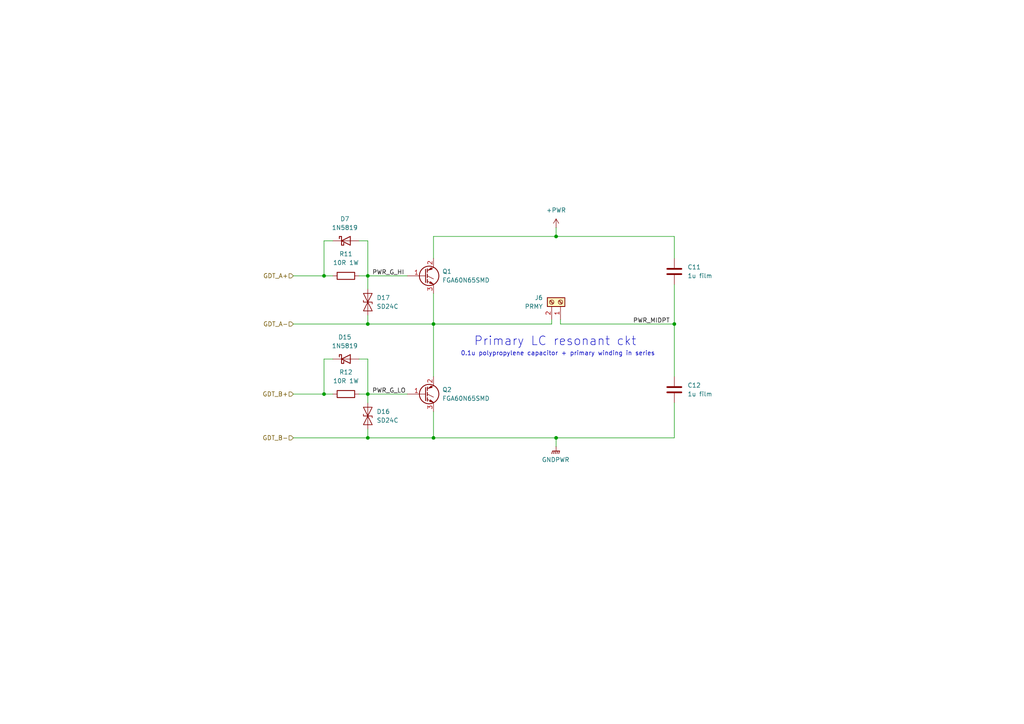
<source format=kicad_sch>
(kicad_sch (version 20250114) (generator "eeschema") (generator_version "9.0")
  (paper "A4")
  (lib_symbols
    (symbol "Connector:Screw_Terminal_01x02" (pin_names (offset 1.016) (hide yes))
      (property "Reference" "J" (at 0 2.54 0))
      (property "Value" "Screw_Terminal_01x02" (at 0 -5.08 0))
      (symbol "Screw_Terminal_01x02_1_1"
        (rectangle (start -1.27 1.27) (end 1.27 -3.81) (stroke (width 0.254)) (fill (type background)))
        (polyline (pts (xy -0.5334 0.3302) (xy 0.3302 -0.508)) (stroke (width 0.1524)))
        (polyline (pts (xy -0.5334 -2.2098) (xy 0.3302 -3.048)) (stroke (width 0.1524)))
        (polyline (pts (xy -0.3556 0.508) (xy 0.508 -0.3302)) (stroke (width 0.1524)))
        (polyline (pts (xy -0.3556 -2.032) (xy 0.508 -2.8702)) (stroke (width 0.1524)))
        (circle (center 0 0) (radius 0.635) (stroke (width 0.1524)))
        (circle (center 0 -2.54) (radius 0.635) (stroke (width 0.1524)))
        (pin passive line (at -5.08 0 0) (length 3.81) (name "Pin_1") (number "1"))
        (pin passive line (at -5.08 -2.54 0) (length 3.81) (name "Pin_2") (number "2"))
      )
    )
    (symbol "Device:C" (pin_numbers (hide yes)) (pin_names (offset 0.254))
      (property "Reference" "C" (at 0.635 2.54 0))
      (property "Value" "C" (at 0.635 -2.54 0))
      (symbol "C_0_1"
        (polyline (pts (xy -2.032 0.762) (xy 2.032 0.762)) (stroke (width 0.508)))
        (polyline (pts (xy -2.032 -0.762) (xy 2.032 -0.762)) (stroke (width 0.508)))
      )
      (symbol "C_1_1"
        (pin passive line (at 0 3.81 270) (length 2.794) (name "~") (number "1"))
        (pin passive line (at 0 -3.81 90) (length 2.794) (name "~") (number "2"))
      )
    )
    (symbol "Device:D_Schottky" (pin_numbers (hide yes)) (pin_names (offset 1.016) (hide yes))
      (property "Reference" "D" (at 0 2.54 0))
      (property "Value" "D_Schottky" (at 0 -2.54 0))
      (symbol "D_Schottky_0_1"
        (polyline (pts (xy -1.905 0.635) (xy -1.905 1.27) (xy -1.27 1.27) (xy -1.27 -1.27) (xy -0.635 -1.27) (xy -0.635 -0.635)) (stroke (width 0.254)))
        (polyline (pts (xy 1.27 1.27) (xy 1.27 -1.27) (xy -1.27 0) (xy 1.27 1.27)) (stroke (width 0.254)))
        (polyline (pts (xy 1.27 0) (xy -1.27 0)))
      )
      (symbol "D_Schottky_1_1"
        (pin passive line (at -3.81 0 0) (length 2.54) (name "K") (number "1"))
        (pin passive line (at 3.81 0 180) (length 2.54) (name "A") (number "2"))
      )
    )
    (symbol "Device:Q_NIGBT_GCE" (pin_names (offset 0) (hide yes))
      (property "Reference" "Q" (at 5.08 1.27 0))
      (property "Value" "Q_NIGBT_GCE" (at 5.08 -1.27 0))
      (symbol "Q_NIGBT_GCE_0_1"
        (polyline (pts (xy 0.254 1.905) (xy 0.254 -1.905) (xy 0.254 -1.905)) (stroke (width 0.254)))
        (polyline (pts (xy 0.762 2.032) (xy 0.762 1.016)) (stroke (width 0.254)))
        (polyline (pts (xy 0.762 0.508) (xy 0.762 -0.508)) (stroke (width 0.254)))
        (polyline (pts (xy 0.762 -1.016) (xy 0.762 -2.032)) (stroke (width 0.254)))
        (circle (center 1.27 0) (radius 2.8194) (stroke (width 0.254)))
        (polyline (pts (xy 1.397 -2.159) (xy 1.651 -1.651) (xy 2.54 -2.413) (xy 1.397 -2.159)) (fill (type outline)))
        (polyline (pts (xy 2.159 1.905) (xy 1.905 2.413) (xy 1.016 1.651) (xy 2.159 1.905)) (fill (type outline)))
        (polyline (pts (xy 2.54 2.413) (xy 0.762 1.524)))
        (polyline (pts (xy 2.54 -0.889) (xy 0.762 0)))
        (polyline (pts (xy 2.54 -2.413) (xy 0.762 -1.524)))
      )
      (symbol "Q_NIGBT_GCE_1_1"
        (pin input line (at -5.08 0 0) (length 5.334) (name "G") (number "1"))
        (pin passive line (at 2.54 5.08 270) (length 2.54) (name "C") (number "2"))
        (pin passive line (at 2.54 -5.08 90) (length 2.54) (name "E") (number "3"))
      )
    )
    (symbol "Device:R" (pin_numbers (hide yes)) (pin_names (offset 0))
      (property "Reference" "R" (at 2.032 0 90))
      (property "Value" "R" (at 0 0 90))
      (symbol "R_0_1"
        (rectangle (start -1.016 -2.54) (end 1.016 2.54) (stroke (width 0.254)))
      )
      (symbol "R_1_1"
        (pin passive line (at 0 3.81 270) (length 1.27) (name "~") (number "1"))
        (pin passive line (at 0 -3.81 90) (length 1.27) (name "~") (number "2"))
      )
    )
    (symbol "Diode:SD24_SOD323" (pin_numbers (hide yes)) (pin_names (offset 1.016) (hide yes))
      (property "Reference" "D" (at 0 2.54 0))
      (property "Value" "SD24_SOD323" (at 0 -2.54 0))
      (symbol "SD24_SOD323_0_1"
        (polyline (pts (xy -2.54 -1.27) (xy 0 0) (xy -2.54 1.27) (xy -2.54 -1.27)) (stroke (width 0.2032)))
        (polyline (pts (xy 0.508 1.27) (xy 0 1.27) (xy 0 -1.27) (xy -0.508 -1.27)) (stroke (width 0.2032)))
        (polyline (pts (xy 1.27 0) (xy -1.27 0)))
        (polyline (pts (xy 2.54 1.27) (xy 2.54 -1.27) (xy 0 0) (xy 2.54 1.27)) (stroke (width 0.2032)))
      )
      (symbol "SD24_SOD323_1_1"
        (pin passive line (at -3.81 0 0) (length 2.54) (name "A1") (number "1"))
        (pin passive line (at 3.81 0 180) (length 2.54) (name "A2") (number "2"))
      )
    )
    (symbol "power:+BATT" (power) (pin_numbers (hide yes)) (pin_names (offset 0) (hide yes))
      (property "Value" "+BATT" (at 0 3.556 0))
      (symbol "+BATT_0_1"
        (polyline (pts (xy -0.762 1.27) (xy 0 2.54)))
        (polyline (pts (xy 0 2.54) (xy 0.762 1.27)))
        (polyline (pts (xy 0 0) (xy 0 2.54)))
      )
      (symbol "+BATT_1_1"
        (pin power_in line (at 0 0 90) (length 0) (name "~") (number "1"))
      )
    )
    (symbol "power:GNDPWR" (power) (pin_numbers (hide yes)) (pin_names (offset 0) (hide yes))
      (property "Value" "GNDPWR" (at 0 -3.302 0))
      (symbol "GNDPWR_0_1"
        (polyline (pts (xy -1.016 -1.27) (xy -1.27 -2.032) (xy -1.27 -2.032)) (stroke (width 0.2032)))
        (polyline (pts (xy -0.508 -1.27) (xy -0.762 -2.032) (xy -0.762 -2.032)) (stroke (width 0.2032)))
        (polyline (pts (xy 0 -1.27) (xy 0 0)))
        (polyline (pts (xy 0 -1.27) (xy -0.254 -2.032) (xy -0.254 -2.032)) (stroke (width 0.2032)))
        (polyline (pts (xy 0.508 -1.27) (xy 0.254 -2.032) (xy 0.254 -2.032)) (stroke (width 0.2032)))
        (polyline (pts (xy 1.016 -1.27) (xy -1.016 -1.27) (xy -1.016 -1.27)) (stroke (width 0.2032)))
        (polyline (pts (xy 1.016 -1.27) (xy 0.762 -2.032) (xy 0.762 -2.032) (xy 0.762 -2.032)) (stroke (width 0.2032)))
      )
      (symbol "GNDPWR_1_1"
        (pin power_in line (at 0 0 270) (length 0) (name "~") (number "1"))
      )
    )
  )
  (text "Primary LC resonant ckt" (at 161.036 99.06 0) (effects (font (size 2.54 2.54))))
  (text "0.1u polypropylene capacitor + primary winding in series" (at 161.798 102.616 0) (effects (font (size 1.27 1.27))))
  (junction (at 93.98 80.01))
  (junction (at 125.73 93.98))
  (junction (at 106.68 80.01))
  (junction (at 106.68 114.3))
  (junction (at 161.29 127))
  (junction (at 125.73 127))
  (junction (at 195.58 93.98))
  (junction (at 106.68 93.98))
  (junction (at 161.29 68.58))
  (junction (at 93.98 114.3))
  (junction (at 106.68 127))
  (wire (pts (xy 125.73 85.09) (xy 125.73 93.98)))
  (wire (pts (xy 96.52 69.85) (xy 93.98 69.85)))
  (wire (pts (xy 162.56 93.98) (xy 195.58 93.98)))
  (wire (pts (xy 195.58 116.84) (xy 195.58 127)))
  (wire (pts (xy 125.73 93.98) (xy 160.02 93.98)))
  (wire (pts (xy 125.73 68.58) (xy 125.73 74.93)))
  (wire (pts (xy 106.68 127) (xy 125.73 127)))
  (wire (pts (xy 93.98 69.85) (xy 93.98 80.01)))
  (wire (pts (xy 106.68 80.01) (xy 106.68 83.82)))
  (wire (pts (xy 104.14 80.01) (xy 106.68 80.01)))
  (wire (pts (xy 93.98 104.14) (xy 93.98 114.3)))
  (wire (pts (xy 96.52 104.14) (xy 93.98 104.14)))
  (wire (pts (xy 85.09 127) (xy 106.68 127)))
  (wire (pts (xy 106.68 91.44) (xy 106.68 93.98)))
  (wire (pts (xy 125.73 93.98) (xy 125.73 109.22)))
  (wire (pts (xy 104.14 69.85) (xy 106.68 69.85)))
  (wire (pts (xy 161.29 66.04) (xy 161.29 68.58)))
  (wire (pts (xy 161.29 127) (xy 161.29 129.54)))
  (wire (pts (xy 106.68 114.3) (xy 106.68 116.84)))
  (wire (pts (xy 161.29 127) (xy 195.58 127)))
  (wire (pts (xy 93.98 80.01) (xy 96.52 80.01)))
  (wire (pts (xy 195.58 68.58) (xy 195.58 74.93)))
  (wire (pts (xy 161.29 68.58) (xy 195.58 68.58)))
  (wire (pts (xy 106.68 104.14) (xy 106.68 114.3)))
  (wire (pts (xy 125.73 127) (xy 125.73 119.38)))
  (wire (pts (xy 104.14 104.14) (xy 106.68 104.14)))
  (wire (pts (xy 162.56 93.98) (xy 162.56 92.71)))
  (wire (pts (xy 106.68 93.98) (xy 125.73 93.98)))
  (wire (pts (xy 85.09 80.01) (xy 93.98 80.01)))
  (wire (pts (xy 195.58 82.55) (xy 195.58 93.98)))
  (wire (pts (xy 195.58 93.98) (xy 195.58 109.22)))
  (wire (pts (xy 93.98 114.3) (xy 96.52 114.3)))
  (wire (pts (xy 106.68 124.46) (xy 106.68 127)))
  (wire (pts (xy 160.02 92.71) (xy 160.02 93.98)))
  (wire (pts (xy 106.68 80.01) (xy 118.11 80.01)))
  (wire (pts (xy 125.73 68.58) (xy 161.29 68.58)))
  (wire (pts (xy 85.09 93.98) (xy 106.68 93.98)))
  (wire (pts (xy 85.09 114.3) (xy 93.98 114.3)))
  (wire (pts (xy 125.73 127) (xy 161.29 127)))
  (wire (pts (xy 106.68 114.3) (xy 118.11 114.3)))
  (wire (pts (xy 106.68 69.85) (xy 106.68 80.01)))
  (wire (pts (xy 104.14 114.3) (xy 106.68 114.3)))
  (label "PWR_G_HI" (at 107.95 80.01 0))
  (label "PWR_G_LO" (at 107.95 114.3 0))
  (label "PWR_MIDPT" (at 194.31 93.98 180))
  (hierarchical_label "GDT_A+" (shape input) (at 85.09 80.01 180))
  (hierarchical_label "GDT_B+" (shape input) (at 85.09 114.3 180))
  (hierarchical_label "GDT_B-" (shape input) (at 85.09 127 180))
  (hierarchical_label "GDT_A-" (shape input) (at 85.09 93.98 180))
  (symbol (lib_id "Diode:SD24_SOD323") (at 106.68 120.65 90) (unit 1)
    (property "Reference" "D16" (at 109.22 119.3799 90) (effects (justify right)))
    (property "Value" "SD24C" (at 109.22 121.9199 90) (effects (justify right)))
    (property "Footprint" "Diode_SMD:D_SOD-323" (effects (hide yes)))
    (property "Datasheet" "https://www.littelfuse.com/~/media/electronics/datasheets/tvs_diode_arrays/littelfuse_tvs_diode_array_sd_c_datasheet.pdf.pdf" (effects (hide yes)))
    (property "Description" "24V, 450W Discrete Bidirectional TVS Diode, SOD-323" (effects (hide yes)))
  )
  (symbol (lib_id "Device:C") (at 195.58 78.74 0) (unit 1)
    (property "Reference" "C11" (at 199.39 77.4699 0) (effects (justify left)))
    (property "Value" "1u film" (at 199.39 80.0099 0) (effects (justify left)))
    (property "Footprint" "Capacitor_THT:C_Rect_L26.5mm_W10.5mm_P22.50mm_MKS4" (effects (hide yes)))
    (property "Description" "Unpolarized capacitor" (effects (hide yes)))
  )
  (symbol (lib_id "power:+BATT") (at 161.29 66.04 0) (unit 1)
    (property "Reference" "#PWR018" (effects (hide yes)))
    (property "Value" "+PWR" (at 161.29 60.96 0))
    (property "Description" "Power symbol creates a global label with name \"+BATT\"" (effects (hide yes)))
  )
  (symbol (lib_id "Device:C") (at 195.58 113.03 0) (unit 1)
    (property "Reference" "C12" (at 199.39 111.7599 0) (effects (justify left)))
    (property "Value" "1u film" (at 199.39 114.2999 0) (effects (justify left)))
    (property "Footprint" "Capacitor_THT:C_Rect_L26.5mm_W10.5mm_P22.50mm_MKS4" (effects (hide yes)))
    (property "Description" "Unpolarized capacitor" (effects (hide yes)))
  )
  (symbol (lib_id "Device:R") (at 100.33 80.01 90) (unit 1)
    (property "Reference" "R11" (at 100.33 73.66 90))
    (property "Value" "10R 1W" (at 100.33 76.2 90))
    (property "Footprint" "Resistor_SMD:R_2512_6332Metric" (effects (hide yes)))
    (property "Description" "Resistor" (effects (hide yes)))
  )
  (symbol (lib_id "power:GNDPWR") (at 161.29 129.54 0) (unit 1)
    (property "Reference" "#PWR016" (effects (hide yes)))
    (property "Value" "GNDPWR" (at 161.163 133.35 0))
    (property "Description" "Power symbol creates a global label with name \"GNDPWR\" , global ground" (effects (hide yes)))
  )
  (symbol (lib_id "Device:D_Schottky") (at 100.33 104.14 0) (unit 1)
    (property "Reference" "D15" (at 100.0125 97.79 0))
    (property "Value" "1N5819" (at 100.0125 100.33 0))
    (property "Footprint" "Diode_THT:D_DO-41_SOD81_P2.54mm_Vertical_AnodeUp" (effects (hide yes)))
    (property "Description" "Schottky diode" (effects (hide yes)))
  )
  (symbol (lib_id "Device:D_Schottky") (at 100.33 69.85 0) (unit 1)
    (property "Reference" "D7" (at 100.0125 63.5 0))
    (property "Value" "1N5819" (at 100.0125 66.04 0))
    (property "Footprint" "Diode_THT:D_DO-41_SOD81_P2.54mm_Vertical_AnodeUp" (effects (hide yes)))
    (property "Description" "Schottky diode" (effects (hide yes)))
  )
  (symbol (lib_id "Connector:Screw_Terminal_01x02") (at 162.56 87.63 270) (mirror x) (unit 1)
    (property "Reference" "J6" (at 157.48 86.3599 90) (effects (justify right)))
    (property "Value" "PRMY" (at 157.48 88.8999 90) (effects (justify right)))
    (property "Footprint" "TerminalBlock_Phoenix:TerminalBlock_Phoenix_MKDS-1,5-2_1x02_P5.00mm_Horizontal" (effects (hide yes)))
    (property "Description" "Generic screw terminal, single row, 01x02, script generated (kicad-library-utils/schlib/autogen/connector/)" (effects (hide yes)))
  )
  (symbol (lib_id "Device:Q_NIGBT_GCE") (at 123.19 80.01 0) (unit 1)
    (property "Reference" "Q1" (at 128.27 78.7399 0) (effects (justify left)))
    (property "Value" "FGA60N65SMD" (at 128.27 81.2799 0) (effects (justify left)))
    (property "Footprint" "Package_TO_SOT_THT:TO-3P-3_Vertical" (effects (hide yes)))
    (property "Description" "N-IGBT transistor, gate/collector/emitter" (effects (hide yes)))
  )
  (symbol (lib_id "Diode:SD24_SOD323") (at 106.68 87.63 90) (unit 1)
    (property "Reference" "D17" (at 109.22 86.3599 90) (effects (justify right)))
    (property "Value" "SD24C" (at 109.22 88.8999 90) (effects (justify right)))
    (property "Footprint" "Diode_SMD:D_SOD-323" (effects (hide yes)))
    (property "Datasheet" "https://www.littelfuse.com/~/media/electronics/datasheets/tvs_diode_arrays/littelfuse_tvs_diode_array_sd_c_datasheet.pdf.pdf" (effects (hide yes)))
    (property "Description" "24V, 450W Discrete Bidirectional TVS Diode, SOD-323" (effects (hide yes)))
  )
  (symbol (lib_id "Device:Q_NIGBT_GCE") (at 123.19 114.3 0) (unit 1)
    (property "Reference" "Q2" (at 128.27 113.0299 0) (effects (justify left)))
    (property "Value" "FGA60N65SMD" (at 128.27 115.5699 0) (effects (justify left)))
    (property "Footprint" "Package_TO_SOT_THT:TO-3P-3_Vertical" (effects (hide yes)))
    (property "Description" "N-IGBT transistor, gate/collector/emitter" (effects (hide yes)))
  )
  (symbol (lib_id "Device:R") (at 100.33 114.3 90) (unit 1)
    (property "Reference" "R12" (at 100.33 107.95 90))
    (property "Value" "10R 1W" (at 100.33 110.49 90))
    (property "Footprint" "Resistor_SMD:R_2512_6332Metric" (effects (hide yes)))
    (property "Description" "Resistor" (effects (hide yes)))
  )
)
</source>
